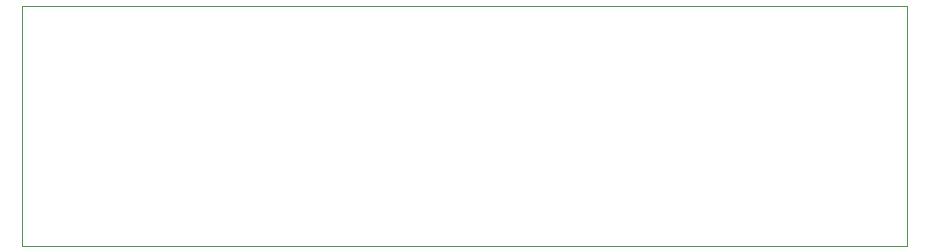
<source format=gbr>
%TF.GenerationSoftware,KiCad,Pcbnew,8.0.4*%
%TF.CreationDate,2024-11-18T10:32:11-08:00*%
%TF.ProjectId,Channel,4368616e-6e65-46c2-9e6b-696361645f70,rev?*%
%TF.SameCoordinates,Original*%
%TF.FileFunction,Profile,NP*%
%FSLAX46Y46*%
G04 Gerber Fmt 4.6, Leading zero omitted, Abs format (unit mm)*
G04 Created by KiCad (PCBNEW 8.0.4) date 2024-11-18 10:32:11*
%MOMM*%
%LPD*%
G01*
G04 APERTURE LIST*
%TA.AperFunction,Profile*%
%ADD10C,0.050000*%
%TD*%
G04 APERTURE END LIST*
D10*
X77470000Y-71120000D02*
X152400000Y-71120000D01*
X152400000Y-91440000D01*
X77470000Y-91440000D01*
X77470000Y-71120000D01*
M02*

</source>
